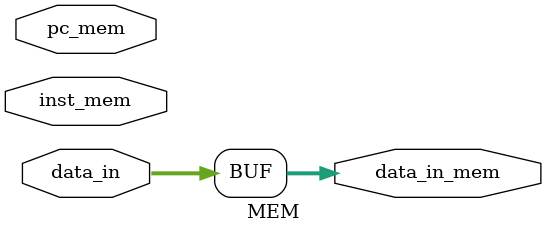
<source format=v>
module MEM(
    input wire [63:0] pc_mem,
    input wire [31:0] inst_mem,
    input wire [63:0] data_in,
    output wire [63:0] data_in_mem
);
assign data_in_mem=data_in;
endmodule
</source>
